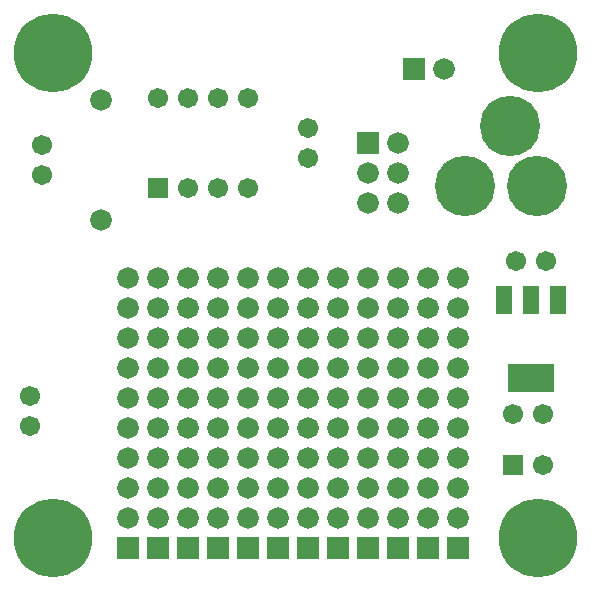
<source format=gts>
G04 (created by PCBNEW (2013-05-31 BZR 4019)-stable) date 7/7/2013 11:22:26 AM*
%MOIN*%
G04 Gerber Fmt 3.4, Leading zero omitted, Abs format*
%FSLAX34Y34*%
G01*
G70*
G90*
G04 APERTURE LIST*
%ADD10C,0.00590551*%
%ADD11R,0.156X0.092*%
%ADD12R,0.052X0.092*%
%ADD13R,0.067X0.067*%
%ADD14C,0.067*%
%ADD15R,0.072X0.072*%
%ADD16C,0.072*%
%ADD17C,0.262*%
%ADD18C,0.201*%
G04 APERTURE END LIST*
G54D10*
G54D11*
X21437Y-16337D03*
G54D12*
X21437Y-13737D03*
X20537Y-13737D03*
X22337Y-13737D03*
G54D13*
X9000Y-10000D03*
G54D14*
X10000Y-10000D03*
X11000Y-10000D03*
X12000Y-10000D03*
X12000Y-7000D03*
X11000Y-7000D03*
X10000Y-7000D03*
X9000Y-7000D03*
G54D15*
X17537Y-6037D03*
G54D16*
X18537Y-6037D03*
G54D17*
X5511Y-21653D03*
X21653Y-21653D03*
X21653Y-5511D03*
X5511Y-5511D03*
G54D16*
X13000Y-13000D03*
X13000Y-14000D03*
X13000Y-17000D03*
X13000Y-18000D03*
G54D15*
X13000Y-22000D03*
G54D16*
X13000Y-21000D03*
X13000Y-20000D03*
X13000Y-19000D03*
X13000Y-16000D03*
X13000Y-15000D03*
X12000Y-13000D03*
X12000Y-14000D03*
X12000Y-17000D03*
X12000Y-18000D03*
G54D15*
X12000Y-22000D03*
G54D16*
X12000Y-21000D03*
X12000Y-20000D03*
X12000Y-19000D03*
X12000Y-16000D03*
X12000Y-15000D03*
X11000Y-13000D03*
X11000Y-14000D03*
X11000Y-17000D03*
X11000Y-18000D03*
G54D15*
X11000Y-22000D03*
G54D16*
X11000Y-21000D03*
X11000Y-20000D03*
X11000Y-19000D03*
X11000Y-16000D03*
X11000Y-15000D03*
X10000Y-13000D03*
X10000Y-14000D03*
X10000Y-17000D03*
X10000Y-18000D03*
G54D15*
X10000Y-22000D03*
G54D16*
X10000Y-21000D03*
X10000Y-20000D03*
X10000Y-19000D03*
X10000Y-16000D03*
X10000Y-15000D03*
X9000Y-13000D03*
X9000Y-14000D03*
X9000Y-17000D03*
X9000Y-18000D03*
G54D15*
X9000Y-22000D03*
G54D16*
X9000Y-21000D03*
X9000Y-20000D03*
X9000Y-19000D03*
X9000Y-16000D03*
X9000Y-15000D03*
X8000Y-13000D03*
X8000Y-14000D03*
X8000Y-17000D03*
X8000Y-18000D03*
G54D15*
X8000Y-22000D03*
G54D16*
X8000Y-21000D03*
X8000Y-20000D03*
X8000Y-19000D03*
X8000Y-16000D03*
X8000Y-15000D03*
G54D14*
X20837Y-17537D03*
X21837Y-17537D03*
X5118Y-9555D03*
X5118Y-8555D03*
X20937Y-12437D03*
X21937Y-12437D03*
G54D16*
X7086Y-7055D03*
X7086Y-11055D03*
X19000Y-13000D03*
X19000Y-14000D03*
X19000Y-17000D03*
X19000Y-18000D03*
G54D15*
X19000Y-22000D03*
G54D16*
X19000Y-21000D03*
X19000Y-20000D03*
X19000Y-19000D03*
X19000Y-16000D03*
X19000Y-15000D03*
X18000Y-13000D03*
X18000Y-14000D03*
X18000Y-17000D03*
X18000Y-18000D03*
G54D15*
X18000Y-22000D03*
G54D16*
X18000Y-21000D03*
X18000Y-20000D03*
X18000Y-19000D03*
X18000Y-16000D03*
X18000Y-15000D03*
X17000Y-13000D03*
X17000Y-14000D03*
X17000Y-17000D03*
X17000Y-18000D03*
G54D15*
X17000Y-22000D03*
G54D16*
X17000Y-21000D03*
X17000Y-20000D03*
X17000Y-19000D03*
X17000Y-16000D03*
X17000Y-15000D03*
X14000Y-13000D03*
X14000Y-14000D03*
X14000Y-17000D03*
X14000Y-18000D03*
G54D15*
X14000Y-22000D03*
G54D16*
X14000Y-21000D03*
X14000Y-20000D03*
X14000Y-19000D03*
X14000Y-16000D03*
X14000Y-15000D03*
X15000Y-13000D03*
X15000Y-14000D03*
X15000Y-17000D03*
X15000Y-18000D03*
G54D15*
X15000Y-22000D03*
G54D16*
X15000Y-21000D03*
X15000Y-20000D03*
X15000Y-19000D03*
X15000Y-16000D03*
X15000Y-15000D03*
X16000Y-13000D03*
X16000Y-14000D03*
X16000Y-17000D03*
X16000Y-18000D03*
G54D15*
X16000Y-22000D03*
G54D16*
X16000Y-21000D03*
X16000Y-20000D03*
X16000Y-19000D03*
X16000Y-16000D03*
X16000Y-15000D03*
G54D14*
X14000Y-8000D03*
X14000Y-9000D03*
X4737Y-16937D03*
X4737Y-17937D03*
G54D13*
X20837Y-19237D03*
G54D14*
X21837Y-19237D03*
G54D18*
X21637Y-9937D03*
X19237Y-9937D03*
X20737Y-7937D03*
G54D15*
X16000Y-8500D03*
G54D16*
X17000Y-8500D03*
X16000Y-9500D03*
X17000Y-9500D03*
X16000Y-10500D03*
X17000Y-10500D03*
M02*

</source>
